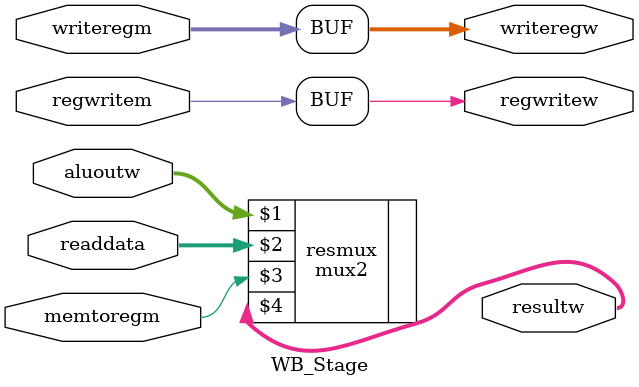
<source format=sv>
`include "mux2.v"

module WB_Stage(
  input regwritem, memtoregm,
  input 	[31:0]	aluoutw, readdata,
  input		[4:0]		writeregm,
  output				regwritew,
  output	[4:0]		writeregw,
  output	[31:0]	resultw);
  
  assign	regwritew = regwritem,
    		writeregw = writeregm;
  //register data input selection mux
  mux2 #(32)	resmux(aluoutw,readdata,memtoregm,resultw);
endmodule

</source>
